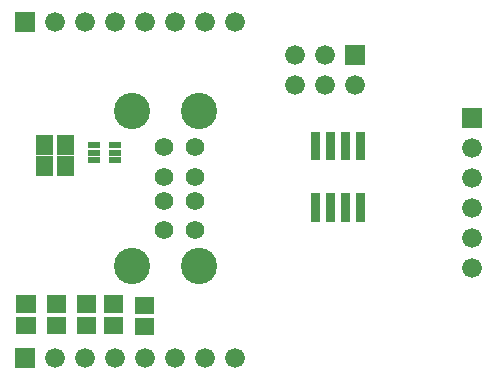
<source format=gbr>
G04 start of page 5 for group -4062 idx -4062 *
G04 Title: (unknown), soldermask *
G04 Creator: pcb 20091103 *
G04 CreationDate: Sun 20 Mar 2011 05:20:08 AM GMT UTC *
G04 For: gjhurlbu *
G04 Format: Gerber/RS-274X *
G04 PCB-Dimensions: 600000 500000 *
G04 PCB-Coordinate-Origin: lower left *
%MOIN*%
%FSLAX25Y25*%
%LNBACKMASK*%
%ADD12C,0.0200*%
%ADD23C,0.0660*%
%ADD24C,0.0620*%
%ADD25C,0.1210*%
%ADD27R,0.0300X0.0300*%
%ADD28R,0.0572X0.0572*%
%ADD29R,0.0210X0.0210*%
G54D12*G36*
X187700Y385300D02*Y378700D01*
X194300D01*
Y385300D01*
X187700D01*
G37*
G54D23*X191000Y372000D03*
G54D12*G36*
X148700Y406300D02*Y399700D01*
X155300D01*
Y406300D01*
X148700D01*
G37*
G54D23*X152000Y393000D03*
X142000Y403000D03*
Y393000D03*
X132000Y403000D03*
Y393000D03*
X72000Y302000D03*
X82000D03*
X92000D03*
X102000D03*
G54D12*G36*
X38700Y305300D02*Y298700D01*
X45300D01*
Y305300D01*
X38700D01*
G37*
G54D23*X52000Y302000D03*
X62000D03*
X112000D03*
X191000Y362000D03*
Y352000D03*
Y342000D03*
Y332000D03*
G54D24*X88300Y362400D03*
X98600D03*
Y354500D03*
Y344700D03*
G54D25*X100000Y332600D03*
X77600D03*
G54D24*X88300Y354500D03*
Y344700D03*
G54D12*G36*
X38700Y417300D02*Y410700D01*
X45300D01*
Y417300D01*
X38700D01*
G37*
G54D23*X52000Y414000D03*
X62000D03*
X72000D03*
X82000D03*
G54D25*X77600Y384300D03*
G54D23*X92000Y414000D03*
G54D24*X88300Y372200D03*
X98600D03*
G54D25*X100000Y384300D03*
G54D23*X102000Y414000D03*
X112000D03*
G54D29*X71000Y373000D02*X73000D01*
X71000Y370400D02*X73000D01*
X71000Y367900D02*X73000D01*
X64000D02*X66000D01*
X64000Y370400D02*X66000D01*
X64000Y373000D02*X66000D01*
G54D28*X48457Y373393D02*Y372607D01*
X55543Y373393D02*Y372607D01*
X48457Y366393D02*Y365607D01*
X55543Y366393D02*Y365607D01*
X42000Y312914D02*X42786D01*
X52214D02*X53000D01*
X62214D02*X63000D01*
X81607Y312457D02*X82393D01*
X71214Y312914D02*X72000D01*
X42000Y320000D02*X42786D01*
X52214D02*X53000D01*
X62214D02*X63000D01*
X81607Y319543D02*X82393D01*
X71214Y320000D02*X72000D01*
G54D27*X154000Y376000D02*Y369500D01*
X139000Y376000D02*Y369500D01*
X144000Y376000D02*Y369500D01*
X149000Y376000D02*Y369500D01*
X154000Y355500D02*Y349000D01*
X149000Y355500D02*Y349000D01*
X144000Y355500D02*Y349000D01*
X139000Y355500D02*Y349000D01*
M02*

</source>
